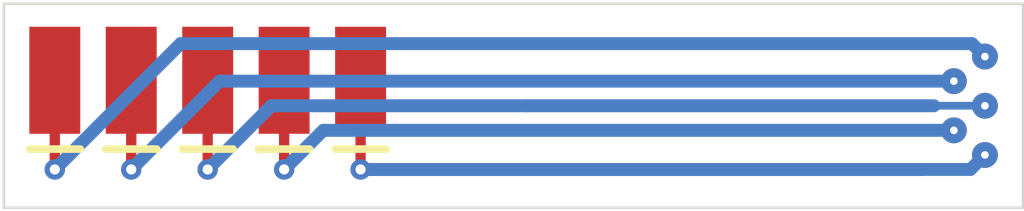
<source format=kicad_pcb>
(kicad_pcb (version 20171130) (host pcbnew "(5.1.5)-3")

  (general
    (thickness 0.15)
    (drawings 8)
    (tracks 25)
    (zones 0)
    (modules 6)
    (nets 6)
  )

  (page A4)
  (layers
    (0 F.Cu signal)
    (31 B.Cu signal)
    (32 B.Adhes user)
    (33 F.Adhes user)
    (34 B.Paste user)
    (35 F.Paste user)
    (36 B.SilkS user)
    (37 F.SilkS user)
    (38 B.Mask user)
    (39 F.Mask user)
    (40 Dwgs.User user)
    (41 Cmts.User user)
    (42 Eco1.User user)
    (43 Eco2.User user)
    (44 Edge.Cuts user)
    (45 Margin user)
    (46 B.CrtYd user hide)
    (47 F.CrtYd user hide)
    (48 B.Fab user hide)
    (49 F.Fab user hide)
  )

  (setup
    (last_trace_width 0.254)
    (user_trace_width 0.1524)
    (user_trace_width 0.2032)
    (user_trace_width 0.254)
    (trace_clearance 0.127)
    (zone_clearance 0.508)
    (zone_45_only no)
    (trace_min 0.127)
    (via_size 0.3)
    (via_drill 0.15)
    (via_min_size 0.3)
    (via_min_drill 0.15)
    (user_via 0.3 0.15)
    (user_via 0.4 0.2)
    (uvia_size 0.3)
    (uvia_drill 0.1)
    (uvias_allowed no)
    (uvia_min_size 0.2)
    (uvia_min_drill 0.1)
    (edge_width 0.05)
    (segment_width 0.2)
    (pcb_text_width 0.3)
    (pcb_text_size 1.5 1.5)
    (mod_edge_width 0.12)
    (mod_text_size 1 1)
    (mod_text_width 0.15)
    (pad_size 1.524 1.524)
    (pad_drill 0.762)
    (pad_to_mask_clearance 0.051)
    (solder_mask_min_width 0.25)
    (aux_axis_origin 0 0)
    (visible_elements FFFFFF7F)
    (pcbplotparams
      (layerselection 0x010fc_ffffffff)
      (usegerberextensions false)
      (usegerberattributes false)
      (usegerberadvancedattributes false)
      (creategerberjobfile false)
      (excludeedgelayer true)
      (linewidth 0.100000)
      (plotframeref false)
      (viasonmask false)
      (mode 1)
      (useauxorigin false)
      (hpglpennumber 1)
      (hpglpenspeed 20)
      (hpglpendiameter 15.000000)
      (psnegative false)
      (psa4output false)
      (plotreference true)
      (plotvalue true)
      (plotinvisibletext false)
      (padsonsilk false)
      (subtractmaskfromsilk false)
      (outputformat 1)
      (mirror false)
      (drillshape 1)
      (scaleselection 1)
      (outputdirectory ""))
  )

  (net 0 "")
  (net 1 +5V)
  (net 2 /TD)
  (net 3 /TF)
  (net 4 /TK)
  (net 5 GND)

  (net_class Default "This is the default net class."
    (clearance 0.127)
    (trace_width 0.127)
    (via_dia 0.3)
    (via_drill 0.15)
    (uvia_dia 0.3)
    (uvia_drill 0.1)
    (add_net +5V)
    (add_net /TD)
    (add_net /TF)
    (add_net /TK)
    (add_net GND)
  )

  (module .Connector:B2B_Flex_05_Dual_Row_38milx24mil_Hole_20mil_small (layer F.Cu) (tedit 5D728CCE) (tstamp 5EE5E7D8)
    (at 140.225 91.009801 270)
    (path /5EE6194A)
    (fp_text reference J1 (at -0.992401 0.3346 180) (layer F.Fab)
      (effects (font (size 0.508 0.508) (thickness 0.0762)))
    )
    (fp_text value Conn_01x05 (at 0.3556 3.048 90) (layer F.Fab) hide
      (effects (font (size 1 1) (thickness 0.15)))
    )
    (pad 2 thru_hole circle (at 0.507599 0.5846 270) (size 0.508 0.508) (drill 0.15) (layers *.Cu *.Mask)
      (net 4 /TK) (zone_connect 2))
    (pad 1 thru_hole circle (at 0.025 -0.025 270) (size 0.508 0.508) (drill 0.15) (layers *.Cu *.Mask)
      (net 5 GND) (zone_connect 2))
    (pad 4 thru_hole circle (at 1.472798 0.5846 270) (size 0.508 0.508) (drill 0.15) (layers *.Cu *.Mask)
      (net 2 /TD) (zone_connect 2))
    (pad 3 thru_hole circle (at 0.990199 -0.025 270) (size 0.508 0.508) (drill 0.15) (layers *.Cu *.Mask)
      (net 3 /TF) (zone_connect 2))
    (pad 5 thru_hole circle (at 1.955398 -0.025 270) (size 0.508 0.508) (drill 0.15) (layers *.Cu *.Mask)
      (net 1 +5V) (zone_connect 2))
  )

  (module .Connector:Spring_2306654_3 (layer F.Cu) (tedit 5EE58B02) (tstamp 5EE5E93C)
    (at 128 91.5 270)
    (descr "PCB Spring Contact, Ultra Small - C-Clip, Side Protected, Uncompressed Height 1.8 mm [.071 in], Length 2.4 mm [.094 in], Width .039 in [1 mm]")
    (tags "Spring Contact")
    (path /5EE5A3A1)
    (attr smd)
    (fp_text reference J10 (at -2 0 180) (layer F.Fab)
      (effects (font (size 0.508 0.508) (thickness 0.0762)))
    )
    (fp_text value Conn_01x01 (at 0.05 -6.75 90) (layer F.Fab) hide
      (effects (font (size 1 1) (thickness 0.15)))
    )
    (fp_line (start 1.35 -0.5) (end 1.35 0.5) (layer F.SilkS) (width 0.15))
    (pad 1 smd rect (at 0 0 270) (size 2.1 1) (layers F.Cu F.Paste F.Mask)
      (net 1 +5V))
    (model ${KICAD_AHARONI_LAB}/Modules/Connector.pretty/c-2306654-3-a-3d.stp
      (offset (xyz 1.35 0 0))
      (scale (xyz 1 1 1))
      (rotate (xyz -90 0 -90))
    )
  )

  (module .Connector:Spring_2306654_3 (layer F.Cu) (tedit 5EE58B02) (tstamp 5EE5E5EB)
    (at 126.5 91.5 270)
    (descr "PCB Spring Contact, Ultra Small - C-Clip, Side Protected, Uncompressed Height 1.8 mm [.071 in], Length 2.4 mm [.094 in], Width .039 in [1 mm]")
    (tags "Spring Contact")
    (path /5EE5A16A)
    (attr smd)
    (fp_text reference J8 (at -2 0 180) (layer F.Fab)
      (effects (font (size 0.508 0.508) (thickness 0.0762)))
    )
    (fp_text value Conn_01x01 (at 0.05 -2.15 90) (layer F.Fab) hide
      (effects (font (size 1 1) (thickness 0.15)))
    )
    (fp_line (start 1.35 -0.5) (end 1.35 0.5) (layer F.SilkS) (width 0.15))
    (pad 1 smd rect (at 0 0 270) (size 2.1 1) (layers F.Cu F.Paste F.Mask)
      (net 2 /TD))
    (model ${KICAD_AHARONI_LAB}/Modules/Connector.pretty/c-2306654-3-a-3d.stp
      (offset (xyz 1.35 0 0))
      (scale (xyz 1 1 1))
      (rotate (xyz -90 0 -90))
    )
  )

  (module .Connector:Spring_2306654_3 (layer F.Cu) (tedit 5EE58B02) (tstamp 5EE5E5E0)
    (at 125 91.5 270)
    (descr "PCB Spring Contact, Ultra Small - C-Clip, Side Protected, Uncompressed Height 1.8 mm [.071 in], Length 2.4 mm [.094 in], Width .039 in [1 mm]")
    (tags "Spring Contact")
    (path /5EE59FD0)
    (attr smd)
    (fp_text reference J6 (at -2 0 180) (layer F.Fab)
      (effects (font (size 0.508 0.508) (thickness 0.0762)))
    )
    (fp_text value Conn_01x01 (at 0.05 -2.15 90) (layer F.Fab) hide
      (effects (font (size 1 1) (thickness 0.15)))
    )
    (fp_line (start 1.35 -0.5) (end 1.35 0.5) (layer F.SilkS) (width 0.15))
    (pad 1 smd rect (at 0 0 270) (size 2.1 1) (layers F.Cu F.Paste F.Mask)
      (net 3 /TF))
    (model ${KICAD_AHARONI_LAB}/Modules/Connector.pretty/c-2306654-3-a-3d.stp
      (offset (xyz 1.35 0 0))
      (scale (xyz 1 1 1))
      (rotate (xyz -90 0 -90))
    )
  )

  (module .Connector:Spring_2306654_3 (layer F.Cu) (tedit 5EE58B02) (tstamp 5EE5E5D5)
    (at 123.5 91.5 270)
    (descr "PCB Spring Contact, Ultra Small - C-Clip, Side Protected, Uncompressed Height 1.8 mm [.071 in], Length 2.4 mm [.094 in], Width .039 in [1 mm]")
    (tags "Spring Contact")
    (path /5EE59E08)
    (attr smd)
    (fp_text reference J4 (at -2 0 180) (layer F.Fab)
      (effects (font (size 0.508 0.508) (thickness 0.0762)))
    )
    (fp_text value Conn_01x01 (at 0.05 -2.15 90) (layer F.Fab) hide
      (effects (font (size 1 1) (thickness 0.15)))
    )
    (fp_line (start 1.35 -0.5) (end 1.35 0.5) (layer F.SilkS) (width 0.15))
    (pad 1 smd rect (at 0 0 270) (size 2.1 1) (layers F.Cu F.Paste F.Mask)
      (net 4 /TK))
    (model ${KICAD_AHARONI_LAB}/Modules/Connector.pretty/c-2306654-3-a-3d.stp
      (offset (xyz 1.35 0 0))
      (scale (xyz 1 1 1))
      (rotate (xyz -90 0 -90))
    )
  )

  (module .Connector:Spring_2306654_3 (layer F.Cu) (tedit 5EE58B02) (tstamp 5EE5E5CA)
    (at 122 91.5 270)
    (descr "PCB Spring Contact, Ultra Small - C-Clip, Side Protected, Uncompressed Height 1.8 mm [.071 in], Length 2.4 mm [.094 in], Width .039 in [1 mm]")
    (tags "Spring Contact")
    (path /5EE58C67)
    (attr smd)
    (fp_text reference J2 (at -2 0 180) (layer F.Fab)
      (effects (font (size 0.508 0.508) (thickness 0.0762)))
    )
    (fp_text value Conn_01x01 (at 0.05 -2.15 90) (layer F.Fab) hide
      (effects (font (size 1 1) (thickness 0.15)))
    )
    (fp_line (start 1.35 -0.5) (end 1.35 0.5) (layer F.SilkS) (width 0.15))
    (pad 1 smd rect (at 0 0 270) (size 2.1 1) (layers F.Cu F.Paste F.Mask)
      (net 5 GND))
    (model ${KICAD_AHARONI_LAB}/Modules/Connector.pretty/c-2306654-3-a-3d.stp
      (offset (xyz 1.35 0 0))
      (scale (xyz 1 1 1))
      (rotate (xyz -90 0 -90))
    )
  )

  (gr_line (start 129 90) (end 121 90) (layer Eco1.User) (width 0.15) (tstamp 5EE5EA54))
  (gr_line (start 129 94) (end 129 90) (layer Eco1.User) (width 0.15))
  (gr_line (start 121 94) (end 129 94) (layer Eco1.User) (width 0.15))
  (gr_line (start 121 90) (end 121 94) (layer Eco1.User) (width 0.15))
  (gr_line (start 141 90) (end 121 90) (layer Edge.Cuts) (width 0.05) (tstamp 5EE5E86F))
  (gr_line (start 141 94) (end 141 90) (layer Edge.Cuts) (width 0.05))
  (gr_line (start 121 94) (end 141 94) (layer Edge.Cuts) (width 0.05))
  (gr_line (start 121 90) (end 121 94) (layer Edge.Cuts) (width 0.05))

  (segment (start 140.215199 93) (end 140.25 92.965199) (width 0.1524) (layer B.Cu) (net 1))
  (segment (start 128 93.25) (end 139 93.25) (width 0.254) (layer B.Cu) (net 1))
  (segment (start 128 91.5) (end 128 93.25) (width 0.2032) (layer F.Cu) (net 1))
  (via (at 128 93.25) (size 0.4) (drill 0.2) (layers F.Cu B.Cu) (net 1))
  (segment (start 139.965199 93.25) (end 140.25 92.965199) (width 0.254) (layer B.Cu) (net 1))
  (segment (start 128 93.25) (end 139.965199 93.25) (width 0.254) (layer B.Cu) (net 1))
  (segment (start 126.5 91.5) (end 126.5 93.25) (width 0.2032) (layer F.Cu) (net 2))
  (via (at 126.5 93.25) (size 0.4) (drill 0.2) (layers F.Cu B.Cu) (net 2))
  (segment (start 127.267401 92.482599) (end 139.6404 92.482599) (width 0.254) (layer B.Cu) (net 2))
  (segment (start 126.5 93.25) (end 127.267401 92.482599) (width 0.254) (layer B.Cu) (net 2))
  (via (at 125 93.25) (size 0.4) (drill 0.2) (layers F.Cu B.Cu) (net 3))
  (segment (start 125 91.5) (end 125 93.25) (width 0.2032) (layer F.Cu) (net 3))
  (segment (start 131.25 92) (end 139.25 92) (width 0.254) (layer B.Cu) (net 3))
  (segment (start 126.25 92) (end 131.25 92) (width 0.254) (layer B.Cu) (net 3))
  (segment (start 140.25 92) (end 139.25 92) (width 0.1524) (layer B.Cu) (net 3))
  (segment (start 125 93.25) (end 126.25 92) (width 0.254) (layer B.Cu) (net 3))
  (via (at 123.5 93.25) (size 0.4) (drill 0.2) (layers F.Cu B.Cu) (net 4))
  (segment (start 123.5 91.5) (end 123.5 93.25) (width 0.2032) (layer F.Cu) (net 4))
  (segment (start 125.2326 91.5174) (end 139.6404 91.5174) (width 0.254) (layer B.Cu) (net 4))
  (segment (start 123.5 93.25) (end 125.2326 91.5174) (width 0.254) (layer B.Cu) (net 4))
  (via (at 122 93.25) (size 0.4) (drill 0.2) (layers F.Cu B.Cu) (net 5))
  (segment (start 122 91.5) (end 122 93.25) (width 0.2032) (layer F.Cu) (net 5))
  (segment (start 139.996001 90.780802) (end 140.25 91.034801) (width 0.254) (layer B.Cu) (net 5))
  (segment (start 124.469198 90.780802) (end 139.996001 90.780802) (width 0.254) (layer B.Cu) (net 5))
  (segment (start 122 93.25) (end 124.469198 90.780802) (width 0.254) (layer B.Cu) (net 5))

)

</source>
